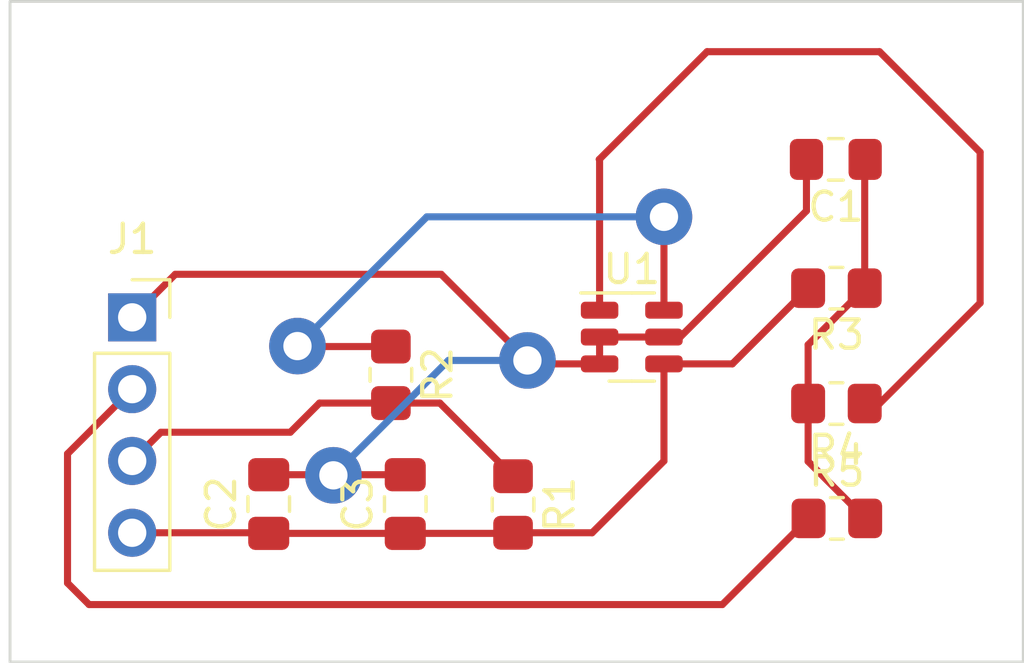
<source format=kicad_pcb>
(kicad_pcb (version 20221018) (generator pcbnew)
  (layers (0 "F.Cu" signal) (31 "B.Cu" signal) (34 "B.Paste" user) (35 "F.Paste" user) (36 "B.SilkS" user "B.Silkscreen") (37 "F.SilkS" user "F.Silkscreen") (38 "B.Mask" user) (39 "F.Mask" user) (44 "Edge.Cuts" user))
  (net 0 "")
  (net 1 "Net-(C1-Pad1)")
  (net 2 "GND")
  (net 3 "/3V3")
  (net 4 "/SCL_XIAO")
  (net 5 "/SDA_XIAO")
  (net 6 "/SDA_TLV")
  (net 7 "/SCL_TLV")
  (footprint "Capacitor_SMD:C_0805_2012Metric_Pad1.18x1.45mm_HandSolder" (layer "F.Cu") (at 155.1725 85.09 180)
    (fp_text reference "C1" (at 0 -1.68) (layer "F.SilkS"))
    (fp_text value "100 nF")
    (fp_line (start -0.261252 -0.735) (end 0.261252 -0.735) (stroke (width 0.12)) (layer "F.SilkS"))
    (fp_line (start -0.261252 0.735) (end 0.261252 0.735) (stroke (width 0.12)) (layer "F.SilkS"))
    (pad "1" smd roundrect (at -1.0375 0 180) (size 1.175 1.45) (layers "F.Cu" "F.Paste" "F.Mask") (roundrect_rratio 0.2127659574) (net 1 "Net-(C1-Pad1)"))
    (pad "2" smd roundrect (at 1.0375 0 180) (size 1.175 1.45) (layers "F.Cu" "F.Paste" "F.Mask") (roundrect_rratio 0.2127659574) (net 2 "GND"))
  )
  (footprint "Resistor_SMD:R_0805_2012Metric_Pad1.20x1.40mm_HandSolder" (layer "F.Cu") (at 155.194 89.646 180)
    (fp_text reference "R3" (at 0 -1.65) (layer "F.SilkS"))
    (fp_text value "1.2kΩ")
    (fp_line (start -0.227064 -0.735) (end 0.227064 -0.735) (stroke (width 0.12)) (layer "F.SilkS"))
    (fp_line (start -0.227064 0.735) (end 0.227064 0.735) (stroke (width 0.12)) (layer "F.SilkS"))
    (pad "1" smd roundrect (at -1 0 180) (size 1.2 1.4) (layers "F.Cu" "F.Paste" "F.Mask") (roundrect_rratio 0.2083333333) (net 1 "Net-(C1-Pad1)"))
    (pad "2" smd roundrect (at 1 0 180) (size 1.2 1.4) (layers "F.Cu" "F.Paste" "F.Mask") (roundrect_rratio 0.2083333333) (net 3 "/3V3"))
  )
  (footprint "Connector_PinSocket_2.54mm:PinSocket_1x04_P2.54mm_Vertical" (layer "F.Cu") (at 130.302 90.678)
    (fp_text reference "J1" (at 0 -2.77) (layer "F.SilkS"))
    (fp_text value "Conn_01x04")
    (fp_line (start -1.33 1.27) (end -1.33 8.95) (stroke (width 0.12)) (layer "F.SilkS"))
    (fp_line (start -1.33 1.27) (end 1.33 1.27) (stroke (width 0.12)) (layer "F.SilkS"))
    (fp_line (start -1.33 8.95) (end 1.33 8.95) (stroke (width 0.12)) (layer "F.SilkS"))
    (fp_line (start 0 -1.33) (end 1.33 -1.33) (stroke (width 0.12)) (layer "F.SilkS"))
    (fp_line (start 1.33 -1.33) (end 1.33 0) (stroke (width 0.12)) (layer "F.SilkS"))
    (fp_line (start 1.33 1.27) (end 1.33 8.95) (stroke (width 0.12)) (layer "F.SilkS"))
    (pad "1" thru_hole rect (at 0 0) (size 1.7 1.7) (drill 1) (layers "*.Cu" "*.Mask") (net 2 "GND"))
    (pad "2" thru_hole oval (at 0 2.54) (size 1.7 1.7) (drill 1) (layers "*.Cu" "*.Mask") (net 4 "/SCL_XIAO"))
    (pad "3" thru_hole oval (at 0 5.08) (size 1.7 1.7) (drill 1) (layers "*.Cu" "*.Mask") (net 5 "/SDA_XIAO"))
    (pad "4" thru_hole oval (at 0 7.62) (size 1.7 1.7) (drill 1) (layers "*.Cu" "*.Mask") (net 3 "/3V3"))
  )
  (footprint "Package_TO_SOT_SMD:SOT-23-6" (layer "F.Cu") (at 147.9605 91.374)
    (fp_text reference "U1" (at 0 -2.4) (layer "F.SilkS"))
    (fp_text value "TLV493D")
    (fp_line (start 0 -1.56) (end -1.8 -1.56) (stroke (width 0.12)) (layer "F.SilkS"))
    (fp_line (start 0 -1.56) (end 0.8 -1.56) (stroke (width 0.12)) (layer "F.SilkS"))
    (fp_line (start 0 1.56) (end -0.8 1.56) (stroke (width 0.12)) (layer "F.SilkS"))
    (fp_line (start 0 1.56) (end 0.8 1.56) (stroke (width 0.12)) (layer "F.SilkS"))
    (pad "1" smd roundrect (at -1.1375 -0.95) (size 1.325 0.6) (layers "F.Cu" "F.Paste" "F.Mask") (net 7 "/SCL_TLV"))
    (pad "2" smd roundrect (at -1.1375 0) (size 1.325 0.6) (layers "F.Cu" "F.Paste" "F.Mask") (net 2 "GND"))
    (pad "3" smd roundrect (at -1.1375 0.95) (size 1.325 0.6) (layers "F.Cu" "F.Paste" "F.Mask") (net 2 "GND"))
    (pad "4" smd roundrect (at 1.1375 0.95) (size 1.325 0.6) (layers "F.Cu" "F.Paste" "F.Mask") (net 3 "/3V3"))
    (pad "5" smd roundrect (at 1.1375 0) (size 1.325 0.6) (layers "F.Cu" "F.Paste" "F.Mask") (net 2 "GND"))
    (pad "6" smd roundrect (at 1.1375 -0.95) (size 1.325 0.6) (layers "F.Cu" "F.Paste" "F.Mask") (net 6 "/SDA_TLV"))
  )
  (footprint "Capacitor_SMD:C_0805_2012Metric_Pad1.18x1.45mm_HandSolder" (layer "F.Cu") (at 135.128 97.282 90)
    (fp_text reference "C2" (at 0 -1.68 90) (layer "F.SilkS"))
    (fp_text value "100 nF")
    (fp_line (start -0.261252 -0.735) (end 0.261252 -0.735) (stroke (width 0.12)) (layer "F.SilkS"))
    (fp_line (start -0.261252 0.735) (end 0.261252 0.735) (stroke (width 0.12)) (layer "F.SilkS"))
    (pad "1" smd roundrect (at -1.0375 0 90) (size 1.175 1.45) (layers "F.Cu" "F.Paste" "F.Mask") (roundrect_rratio 0.2127659574) (net 3 "/3V3"))
    (pad "2" smd roundrect (at 1.0375 0 90) (size 1.175 1.45) (layers "F.Cu" "F.Paste" "F.Mask") (roundrect_rratio 0.2127659574) (net 2 "GND"))
  )
  (footprint "Resistor_SMD:R_0805_2012Metric_Pad1.20x1.40mm_HandSolder" (layer "F.Cu") (at 139.446 92.71 -90)
    (fp_text reference "R2" (at 0 -1.65 90) (layer "F.SilkS"))
    (fp_text value "100Ω")
    (fp_line (start -0.227064 -0.735) (end 0.227064 -0.735) (stroke (width 0.12)) (layer "F.SilkS"))
    (fp_line (start -0.227064 0.735) (end 0.227064 0.735) (stroke (width 0.12)) (layer "F.SilkS"))
    (pad "1" smd roundrect (at -1 0 270) (size 1.2 1.4) (layers "F.Cu" "F.Paste" "F.Mask") (roundrect_rratio 0.2083333333) (net 6 "/SDA_TLV"))
    (pad "2" smd roundrect (at 1 0 270) (size 1.2 1.4) (layers "F.Cu" "F.Paste" "F.Mask") (roundrect_rratio 0.2083333333) (net 5 "/SDA_XIAO"))
  )
  (footprint "Resistor_SMD:R_0805_2012Metric_Pad1.20x1.40mm_HandSolder" (layer "F.Cu") (at 155.194 93.726 180)
    (fp_text reference "R4" (at 0 -1.65) (layer "F.SilkS"))
    (fp_text value "100Ω")
    (fp_line (start -0.227064 -0.735) (end 0.227064 -0.735) (stroke (width 0.12)) (layer "F.SilkS"))
    (fp_line (start -0.227064 0.735) (end 0.227064 0.735) (stroke (width 0.12)) (layer "F.SilkS"))
    (pad "1" smd roundrect (at -1 0 180) (size 1.2 1.4) (layers "F.Cu" "F.Paste" "F.Mask") (roundrect_rratio 0.2083333333) (net 7 "/SCL_TLV"))
    (pad "2" smd roundrect (at 1 0 180) (size 1.2 1.4) (layers "F.Cu" "F.Paste" "F.Mask") (roundrect_rratio 0.2083333333) (net 1 "Net-(C1-Pad1)"))
  )
  (footprint "Resistor_SMD:R_0805_2012Metric_Pad1.20x1.40mm_HandSolder" (layer "F.Cu") (at 143.764 97.298 -90)
    (fp_text reference "R1" (at 0 -1.65 90) (layer "F.SilkS"))
    (fp_text value "1.2kΩ")
    (fp_line (start -0.227064 -0.735) (end 0.227064 -0.735) (stroke (width 0.12)) (layer "F.SilkS"))
    (fp_line (start -0.227064 0.735) (end 0.227064 0.735) (stroke (width 0.12)) (layer "F.SilkS"))
    (pad "1" smd roundrect (at -1 0 270) (size 1.2 1.4) (layers "F.Cu" "F.Paste" "F.Mask") (roundrect_rratio 0.2083333333) (net 5 "/SDA_XIAO"))
    (pad "2" smd roundrect (at 1 0 270) (size 1.2 1.4) (layers "F.Cu" "F.Paste" "F.Mask") (roundrect_rratio 0.2083333333) (net 3 "/3V3"))
  )
  (footprint "Resistor_SMD:R_0805_2012Metric_Pad1.20x1.40mm_HandSolder" (layer "F.Cu") (at 155.21 97.79)
    (fp_text reference "R5" (at 0 -1.65) (layer "F.SilkS"))
    (fp_text value "100Ω")
    (fp_line (start -0.227064 -0.735) (end 0.227064 -0.735) (stroke (width 0.12)) (layer "F.SilkS"))
    (fp_line (start -0.227064 0.735) (end 0.227064 0.735) (stroke (width 0.12)) (layer "F.SilkS"))
    (pad "1" smd roundrect (at -1 0) (size 1.2 1.4) (layers "F.Cu" "F.Paste" "F.Mask") (roundrect_rratio 0.2083333333) (net 4 "/SCL_XIAO"))
    (pad "2" smd roundrect (at 1 0) (size 1.2 1.4) (layers "F.Cu" "F.Paste" "F.Mask") (roundrect_rratio 0.2083333333) (net 1 "Net-(C1-Pad1)"))
  )
  (footprint "Capacitor_SMD:C_0805_2012Metric_Pad1.18x1.45mm_HandSolder" (layer "F.Cu") (at 139.954 97.282 90)
    (fp_text reference "C3" (at 0 -1.68 90) (layer "F.SilkS"))
    (fp_text value "100 nF")
    (fp_line (start -0.261252 -0.735) (end 0.261252 -0.735) (stroke (width 0.12)) (layer "F.SilkS"))
    (fp_line (start -0.261252 0.735) (end 0.261252 0.735) (stroke (width 0.12)) (layer "F.SilkS"))
    (pad "1" smd roundrect (at -1.0375 0 90) (size 1.175 1.45) (layers "F.Cu" "F.Paste" "F.Mask") (roundrect_rratio 0.2127659574) (net 3 "/3V3"))
    (pad "2" smd roundrect (at 1.0375 0 90) (size 1.175 1.45) (layers "F.Cu" "F.Paste" "F.Mask") (roundrect_rratio 0.2127659574) (net 2 "GND"))
  )
  (gr_rect (start 125.984 79.502) (end 161.798 102.87) (stroke (width 0.1)) (fill none) (layer "Edge.Cuts"))
  (segment (start 156.194 85.106) (end 156.21 85.09) (width 0.25) (layer "F.Cu") (net 1))
  (segment (start 154.194 95.774) (end 156.21 97.79) (width 0.25) (layer "F.Cu") (net 1))
  (segment (start 156.194 89.646) (end 156.194 85.106) (width 0.25) (layer "F.Cu") (net 1))
  (segment (start 154.194 93.726) (end 154.194 95.774) (width 0.25) (layer "F.Cu") (net 1))
  (segment (start 154.194 91.646) (end 156.194 89.646) (width 0.25) (layer "F.Cu") (net 1))
  (segment (start 154.194 93.726) (end 154.194 91.646) (width 0.25) (layer "F.Cu") (net 1))
  (segment (start 141.224 89.154) (end 144.394 92.324) (width 0.25) (layer "F.Cu") (net 2))
  (segment (start 146.823 91.374) (end 149.098 91.374) (width 0.25) (layer "F.Cu") (net 2))
  (segment (start 131.826 89.154) (end 141.224 89.154) (width 0.25) (layer "F.Cu") (net 2))
  (segment (start 149.672 91.374) (end 154.135 86.911) (width 0.25) (layer "F.Cu") (net 2))
  (segment (start 135.128 96.2445) (end 139.446 96.2445) (width 0.25) (layer "F.Cu") (net 2))
  (segment (start 149.098 91.374) (end 149.672 91.374) (width 0.25) (layer "F.Cu") (net 2))
  (segment (start 130.302 90.678) (end 131.826 89.154) (width 0.25) (layer "F.Cu") (net 2))
  (segment (start 146.823 92.324) (end 146.823 91.374) (width 0.25) (layer "F.Cu") (net 2))
  (segment (start 144.394 92.324) (end 146.823 92.324) (width 0.25) (layer "F.Cu") (net 2))
  (segment (start 154.135 86.911) (end 154.135 85.09) (width 0.25) (layer "F.Cu") (net 2))
  (via (at 144.272 92.202) (size 2) (drill 1) (layers "F.Cu" "B.Cu") (net 2))
  (via (at 137.414 96.266) (size 2) (drill 1) (layers "F.Cu" "B.Cu") (net 2))
  (segment (start 137.414 96.266) (end 141.478 92.202) (width 0.25) (layer "B.Cu") (net 2))
  (segment (start 141.478 92.202) (end 144.272 92.202) (width 0.25) (layer "B.Cu") (net 2))
  (segment (start 135.128 98.3195) (end 139.446 98.3195) (width 0.25) (layer "F.Cu") (net 3))
  (segment (start 154.194 89.646) (end 151.516 92.324) (width 0.25) (layer "F.Cu") (net 3))
  (segment (start 135.1065 98.298) (end 135.128 98.3195) (width 0.25) (layer "F.Cu") (net 3))
  (segment (start 130.302 98.298) (end 135.1065 98.298) (width 0.25) (layer "F.Cu") (net 3))
  (segment (start 143.764 98.298) (end 146.558 98.298) (width 0.25) (layer "F.Cu") (net 3))
  (segment (start 151.516 92.324) (end 149.098 92.324) (width 0.25) (layer "F.Cu") (net 3))
  (segment (start 139.446 98.3195) (end 143.7425 98.3195) (width 0.25) (layer "F.Cu") (net 3))
  (segment (start 146.558 98.298) (end 149.098 95.758) (width 0.25) (layer "F.Cu") (net 3))
  (segment (start 143.7425 98.3195) (end 143.764 98.298) (width 0.25) (layer "F.Cu") (net 3))
  (segment (start 149.098 95.758) (end 149.098 92.324) (width 0.25) (layer "F.Cu") (net 3))
  (segment (start 154.21 97.79) (end 154.21 98.266) (width 0.25) (layer "F.Cu") (net 4))
  (segment (start 128.778 100.838) (end 151.162 100.838) (width 0.25) (layer "F.Cu") (net 4))
  (segment (start 128.016 100.076) (end 128.778 100.838) (width 0.25) (layer "F.Cu") (net 4))
  (segment (start 151.162 100.838) (end 154.21 97.79) (width 0.25) (layer "F.Cu") (net 4))
  (segment (start 130.302 93.218) (end 128.016 95.504) (width 0.25) (layer "F.Cu") (net 4))
  (segment (start 128.016 95.504) (end 128.016 100.076) (width 0.25) (layer "F.Cu") (net 4))
  (segment (start 130.302 95.758) (end 131.318 94.742) (width 0.25) (layer "F.Cu") (net 5))
  (segment (start 141.176 93.71) (end 143.764 96.298) (width 0.25) (layer "F.Cu") (net 5))
  (segment (start 135.89 94.742) (end 136.922 93.71) (width 0.25) (layer "F.Cu") (net 5))
  (segment (start 136.922 93.71) (end 139.446 93.71) (width 0.25) (layer "F.Cu") (net 5))
  (segment (start 139.446 93.71) (end 141.176 93.71) (width 0.25) (layer "F.Cu") (net 5))
  (segment (start 131.318 94.742) (end 135.89 94.742) (width 0.25) (layer "F.Cu") (net 5))
  (segment (start 136.16 91.71) (end 136.144 91.694) (width 0.25) (layer "F.Cu") (net 6))
  (segment (start 149.098 90.424) (end 149.098 87.122) (width 0.25) (layer "F.Cu") (net 6))
  (segment (start 139.446 91.71) (end 136.16 91.71) (width 0.25) (layer "F.Cu") (net 6))
  (via (at 149.098 87.122) (size 2) (drill 1) (layers "F.Cu" "B.Cu") (net 6))
  (via (at 136.144 91.694) (size 2) (drill 1) (layers "F.Cu" "B.Cu") (net 6))
  (segment (start 149.098 87.122) (end 140.716 87.122) (width 0.25) (layer "B.Cu") (net 6))
  (segment (start 140.716 87.122) (end 136.144 91.694) (width 0.25) (layer "B.Cu") (net 6))
  (segment (start 146.812 85.09) (end 146.823 85.101) (width 0.25) (layer "F.Cu") (net 7))
  (segment (start 156.718 93.726) (end 160.274 90.17) (width 0.25) (layer "F.Cu") (net 7))
  (segment (start 156.718 81.28) (end 150.622 81.28) (width 0.25) (layer "F.Cu") (net 7))
  (segment (start 150.622 81.28) (end 146.812 85.09) (width 0.25) (layer "F.Cu") (net 7))
  (segment (start 146.823 85.101) (end 146.823 90.424) (width 0.25) (layer "F.Cu") (net 7))
  (segment (start 156.194 93.726) (end 156.718 93.726) (width 0.25) (layer "F.Cu") (net 7))
  (segment (start 160.274 90.17) (end 160.274 84.836) (width 0.25) (layer "F.Cu") (net 7))
  (segment (start 160.274 84.836) (end 156.718 81.28) (width 0.25) (layer "F.Cu") (net 7))
)
</source>
